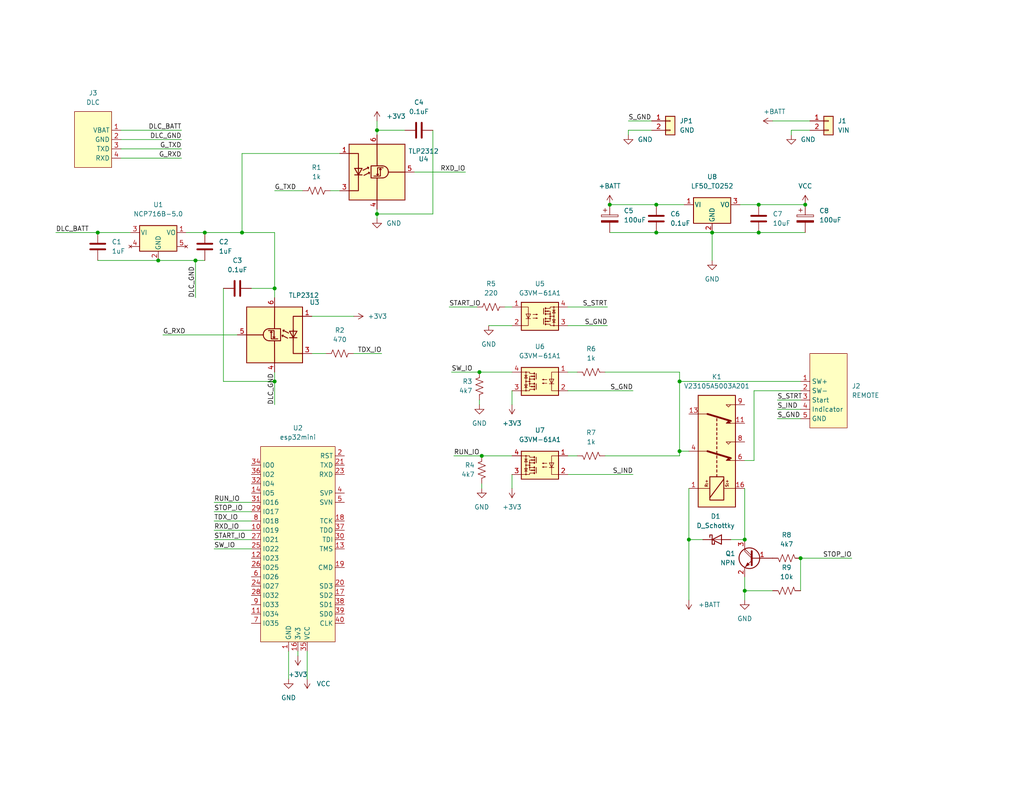
<source format=kicad_sch>
(kicad_sch (version 20211123) (generator eeschema)
  (paper "USLetter")
  (title_block (title "EU7000is ESP32 Remote Control") (rev "1.0") (company "Blaise Jarrett"))
  (lib_symbols
    (symbol "Connector_Generic:Conn_01x02" (pin_names (offset 1.016) hide)
      (property "Reference" "J" (at 0 2.54 0))
      (property "Value" "Conn_01x02" (at 0 -5.08 0))
      (symbol "Conn_01x02_1_1"
        (rectangle (start -1.27 -2.413) (end 0 -2.667) (stroke (width 0.1524)))
        (rectangle (start -1.27 0.127) (end 0 -0.127) (stroke (width 0.1524)))
        (rectangle (start -1.27 1.27) (end 1.27 -3.81) (stroke (width 0.254)) (fill (type background)))
        (pin passive line (at -5.08 0 0) (length 3.81) (name "Pin_1") (number "1"))
        (pin passive line (at -5.08 -2.54 0) (length 3.81) (name "Pin_2") (number "2"))
      )
    )
    (symbol "Device:C" (pin_numbers hide) (pin_names (offset 0.254))
      (property "Reference" "C" (at 0.635 2.54 0))
      (property "Value" "C" (at 0.635 -2.54 0))
      (symbol "C_0_1"
        (polyline (pts (xy -2.032 -0.762) (xy 2.032 -0.762)) (stroke (width 0.508)))
        (polyline (pts (xy -2.032 0.762) (xy 2.032 0.762)) (stroke (width 0.508)))
      )
      (symbol "C_1_1"
        (pin passive line (at 0 3.81 270) (length 2.794) (name "~") (number "1"))
        (pin passive line (at 0 -3.81 90) (length 2.794) (name "~") (number "2"))
      )
    )
    (symbol "Device:C_Polarized" (pin_numbers hide) (pin_names (offset 0.254))
      (property "Reference" "C" (at 0.635 2.54 0))
      (property "Value" "C_Polarized" (at 0.635 -2.54 0))
      (symbol "C_Polarized_0_1"
        (rectangle (start -2.286 0.508) (end 2.286 1.016))
        (polyline (pts (xy -1.778 2.286) (xy -0.762 2.286)))
        (polyline (pts (xy -1.27 2.794) (xy -1.27 1.778)))
        (rectangle (start 2.286 -0.508) (end -2.286 -1.016) (fill (type outline)))
      )
      (symbol "C_Polarized_1_1"
        (pin passive line (at 0 3.81 270) (length 2.794) (name "~") (number "1"))
        (pin passive line (at 0 -3.81 90) (length 2.794) (name "~") (number "2"))
      )
    )
    (symbol "Device:D_Schottky" (pin_numbers hide) (pin_names (offset 1.016) hide)
      (property "Reference" "D" (at 0 2.54 0))
      (property "Value" "D_Schottky" (at 0 -2.54 0))
      (symbol "D_Schottky_0_1"
        (polyline (pts (xy 1.27 0) (xy -1.27 0)))
        (polyline (pts (xy 1.27 1.27) (xy 1.27 -1.27) (xy -1.27 0) (xy 1.27 1.27)) (stroke (width 0.254)))
        (polyline (pts (xy -1.905 0.635) (xy -1.905 1.27) (xy -1.27 1.27) (xy -1.27 -1.27) (xy -0.635 -1.27) (xy -0.635 -0.635)) (stroke (width 0.254)))
      )
      (symbol "D_Schottky_1_1"
        (pin passive line (at -3.81 0 0) (length 2.54) (name "K") (number "1"))
        (pin passive line (at 3.81 0 180) (length 2.54) (name "A") (number "2"))
      )
    )
    (symbol "Device:Q_NPN_Darlington_BEC" (pin_names (offset 0) hide)
      (property "Reference" "Q" (at 4.572 1.27 0))
      (property "Value" "Q_NPN_Darlington_BEC" (at 4.572 -1.27 0))
      (symbol "Q_NPN_Darlington_BEC_0_1"
        (polyline (pts (xy 0.635 0.635) (xy 2.54 2.54)))
        (polyline (pts (xy 0.635 -0.635) (xy 2.54 -2.54) (xy 2.54 -2.54)))
        (polyline (pts (xy 0.635 0) (xy 2.54 1.905) (xy 2.54 2.54)))
        (polyline (pts (xy 0.635 1.905) (xy 0.635 -1.905) (xy 0.635 -1.905)) (stroke (width 0.508)))
        (polyline (pts (xy 1.27 -1.778) (xy 1.778 -1.27) (xy 2.286 -2.286) (xy 1.27 -1.778) (xy 1.27 -1.778)) (fill (type outline)))
        (circle (center 1.27 0) (radius 2.8194) (stroke (width 0.254)))
      )
      (symbol "Q_NPN_Darlington_BEC_1_1"
        (pin input line (at -5.08 0 0) (length 5.715) (name "B") (number "1"))
        (pin passive line (at 2.54 -5.08 90) (length 2.54) (name "E") (number "2"))
        (pin passive line (at 2.54 5.08 270) (length 2.54) (name "C") (number "3"))
      )
    )
    (symbol "Device:R_US" (pin_numbers hide) (pin_names (offset 0))
      (property "Reference" "R" (at 2.54 0 90))
      (property "Value" "R_US" (at -2.54 0 90))
      (symbol "R_US_0_1"
        (polyline (pts (xy 0 -2.286) (xy 0 -2.54)))
        (polyline (pts (xy 0 2.286) (xy 0 2.54)))
        (polyline (pts (xy 0 -0.762) (xy 1.016 -1.143) (xy 0 -1.524) (xy -1.016 -1.905) (xy 0 -2.286)))
        (polyline (pts (xy 0 0.762) (xy 1.016 0.381) (xy 0 0) (xy -1.016 -0.381) (xy 0 -0.762)))
        (polyline (pts (xy 0 2.286) (xy 1.016 1.905) (xy 0 1.524) (xy -1.016 1.143) (xy 0 0.762)))
      )
      (symbol "R_US_1_1"
        (pin passive line (at 0 3.81 270) (length 1.27) (name "~") (number "1"))
        (pin passive line (at 0 -3.81 90) (length 1.27) (name "~") (number "2"))
      )
    )
    (symbol "Isolator:TLP2745" (pin_names (offset 1.016) hide)
      (property "Reference" "U" (at -7.112 8.89 0))
      (property "Value" "TLP2745" (at 1.016 9.144 0))
      (symbol "TLP2745_0_1"
        (rectangle (start -7.62 7.62) (end 7.62 -7.62) (stroke (width 0.254)) (fill (type background)))
        (polyline (pts (xy -6.096 -0.762) (xy -4.064 -0.762)) (stroke (width 0.254)))
        (polyline (pts (xy -5.08 -0.762) (xy -5.08 -1.27)) (stroke (width 0.254)))
        (polyline (pts (xy -5.08 1.016) (xy -5.08 -0.762)) (stroke (width 0.254)))
        (polyline (pts (xy -5.08 1.016) (xy -5.08 1.397)) (stroke (width 0.254)))
        (polyline (pts (xy -3.81 0.508) (xy -2.286 1.27)) (stroke (width 0.254)))
        (polyline (pts (xy -3.556 -0.889) (xy -2.032 -0.127)) (stroke (width 0.254)))
        (polyline (pts (xy -2.286 1.27) (xy -2.5908 1.3716)) (stroke (width 0.254)))
        (polyline (pts (xy -2.286 1.27) (xy -2.3876 0.9144)) (stroke (width 0.254)))
        (polyline (pts (xy -2.032 -0.127) (xy -2.3368 -0.0254)) (stroke (width 0.254)))
        (polyline (pts (xy -2.032 -0.127) (xy -2.1336 -0.4826)) (stroke (width 0.254)))
        (polyline (pts (xy 0 -7.62) (xy 0.0254 -1.651)) (stroke (width 0.254)))
        (polyline (pts (xy 0 7.5946) (xy 0.0254 1.778)) (stroke (width 0.254)))
        (polyline (pts (xy 7.5946 0) (xy 3.1496 0)) (stroke (width 0.254)))
        (polyline (pts (xy -7.62 -5.08) (xy -5.08 -5.08) (xy -5.08 -1.27)) (stroke (width 0.254)))
        (polyline (pts (xy -5.08 1.27) (xy -5.08 5.08) (xy -7.62 5.08)) (stroke (width 0.254)))
        (polyline (pts (xy 0.1524 -0.8382) (xy -0.1016 -0.5842) (xy 0.4064 -0.5842)) (stroke (width 0.254)))
        (polyline (pts (xy 0.9144 0.9398) (xy 0.9144 -1.0922) (xy -0.8636 -1.0922)) (stroke (width 0.254)))
        (polyline (pts (xy -6.096 1.016) (xy -4.064 1.016) (xy -5.08 -0.762) (xy -6.096 1.016)) (stroke (width 0.254)))
        (polyline (pts (xy 0.9144 0.9398) (xy 0.6604 0.6858) (xy 1.1684 0.6858) (xy 0.9144 0.9398)) (stroke (width 0.254)))
        (polyline (pts (xy 1.4224 1.7018) (xy -1.6256 1.7018) (xy -1.6256 -1.6002) (xy 1.4224 -1.6002)) (stroke (width 0.254)))
        (polyline (pts (xy 1.6764 1.1938) (xy 0.1524 1.1938) (xy 0.1524 -0.8382) (xy 0.4064 -0.5842)) (stroke (width 0.254)))
        (arc (start 1.4224 -1.6002) (mid 2.6101 -1.1115) (end 3.0988 0.0762) (stroke (width 0.254)))
        (arc (start 3.0734 0) (mid 2.6011 1.2413) (end 1.3462 1.6764) (stroke (width 0.254)))
      )
      (symbol "TLP2745_1_1"
        (pin passive line (at -10.16 5.08 0) (length 2.54) (name "A") (number "1"))
        (pin no_connect line (at -7.62 0 0) (length 2.54) hide (name "NC") (number "2"))
        (pin passive line (at -10.16 -5.08 0) (length 2.54) (name "K") (number "3"))
        (pin power_in line (at 0 -10.16 90) (length 2.54) (name "GND") (number "4"))
        (pin output line (at 10.16 0 180) (length 2.54) (name "VO") (number "5"))
        (pin power_in line (at 0 10.16 270) (length 2.54) (name "VDD") (number "6"))
      )
    )
    (symbol "Regulator_Linear:LF50_TO252" (pin_names (offset 0.254))
      (property "Reference" "U" (at -3.81 3.175 0))
      (property "Value" "LF50_TO252" (at 0 3.175 0))
      (symbol "LF50_TO252_0_1"
        (rectangle (start -5.08 1.905) (end 5.08 -5.08) (stroke (width 0.254)) (fill (type background)))
      )
      (symbol "LF50_TO252_1_1"
        (pin power_in line (at -7.62 0 0) (length 2.54) (name "VI") (number "1"))
        (pin power_in line (at 0 -7.62 90) (length 2.54) (name "GND") (number "2"))
        (pin power_out line (at 7.62 0 180) (length 2.54) (name "VO") (number "3"))
      )
    )
    (symbol "Relay_SolidState:CPC1017N"
      (property "Reference" "U" (at -5.08 5.08 0))
      (property "Value" "CPC1017N" (at 0 5.08 0))
      (symbol "CPC1017N_0_1"
        (rectangle (start -5.08 3.81) (end 5.08 -3.81) (stroke (width 0.254)) (fill (type background)))
        (polyline (pts (xy -3.81 -0.635) (xy -2.54 -0.635)))
        (polyline (pts (xy 1.016 -0.635) (xy 1.016 -2.159)) (stroke (width 0.2032)))
        (polyline (pts (xy 1.016 2.159) (xy 1.016 0.635)) (stroke (width 0.2032)))
        (polyline (pts (xy 1.524 -0.508) (xy 1.524 -0.762)) (stroke (width 0.3556)))
        (polyline (pts (xy 2.794 0) (xy 3.81 0)))
        (polyline (pts (xy 3.429 -1.651) (xy 4.191 -1.651)))
        (polyline (pts (xy 3.429 1.651) (xy 4.191 1.651)))
        (polyline (pts (xy 3.81 -2.54) (xy 3.81 2.54)))
        (polyline (pts (xy 1.524 -2.032) (xy 1.524 -2.286) (xy 1.524 -2.286)) (stroke (width 0.3556)))
        (polyline (pts (xy 1.524 -1.27) (xy 1.524 -1.524) (xy 1.524 -1.524)) (stroke (width 0.3556)))
        (polyline (pts (xy 1.524 0.762) (xy 1.524 0.508) (xy 1.524 0.508)) (stroke (width 0.3556)))
        (polyline (pts (xy 1.524 1.524) (xy 1.524 1.27) (xy 1.524 1.27)) (stroke (width 0.3556)))
        (polyline (pts (xy 1.524 2.286) (xy 1.524 2.032) (xy 1.524 2.032)) (stroke (width 0.3556)))
        (polyline (pts (xy 1.651 -1.397) (xy 2.794 -1.397) (xy 2.794 -0.635)))
        (polyline (pts (xy 1.651 1.397) (xy 2.794 1.397) (xy 2.794 0.635)))
        (polyline (pts (xy -5.08 2.54) (xy -3.175 2.54) (xy -3.175 -2.54) (xy -5.08 -2.54)))
        (polyline (pts (xy -3.175 -0.635) (xy -3.81 0.635) (xy -2.54 0.635) (xy -3.175 -0.635)))
        (polyline (pts (xy 1.651 -2.159) (xy 2.794 -2.159) (xy 2.794 -2.54) (xy 5.08 -2.54)))
        (polyline (pts (xy 1.651 -0.635) (xy 2.794 -0.635) (xy 2.794 0.635) (xy 1.651 0.635)))
        (polyline (pts (xy 1.651 2.159) (xy 2.794 2.159) (xy 2.794 2.54) (xy 5.08 2.54)))
        (polyline (pts (xy 1.778 -1.397) (xy 2.286 -1.27) (xy 2.286 -1.524) (xy 1.778 -1.397)))
        (polyline (pts (xy 1.778 1.397) (xy 2.286 1.524) (xy 2.286 1.27) (xy 1.778 1.397)))
        (polyline (pts (xy 3.81 -1.651) (xy 3.429 -0.889) (xy 4.191 -0.889) (xy 3.81 -1.651)))
        (polyline (pts (xy 3.81 1.651) (xy 3.429 0.889) (xy 4.191 0.889) (xy 3.81 1.651)))
        (polyline (pts (xy -1.905 -0.508) (xy -0.635 -0.508) (xy -1.016 -0.635) (xy -1.016 -0.381) (xy -0.635 -0.508)))
        (polyline (pts (xy -1.905 0.508) (xy -0.635 0.508) (xy -1.016 0.381) (xy -1.016 0.635) (xy -0.635 0.508)))
        (circle (center 2.794 -0.635) (radius 0.127))
        (circle (center 2.794 0) (radius 0.127))
        (circle (center 2.794 0.635) (radius 0.127))
        (circle (center 3.81 -2.54) (radius 0.127))
        (circle (center 3.81 0) (radius 0.127))
        (circle (center 3.81 2.54) (radius 0.127))
      )
      (symbol "CPC1017N_1_1"
        (pin passive line (at -7.62 2.54 0) (length 2.54) (name "~") (number "1"))
        (pin passive line (at -7.62 -2.54 0) (length 2.54) (name "~") (number "2"))
        (pin passive line (at 7.62 -2.54 180) (length 2.54) (name "~") (number "3"))
        (pin passive line (at 7.62 2.54 180) (length 2.54) (name "~") (number "4"))
      )
    )
    (symbol "esp32_mini:esp32mini"
      (property "Reference" "U" (at 2.54 2.54 0))
      (property "Value" "esp32mini" (at 12.7 -2.54 0))
      (symbol "esp32mini_0_1"
        (rectangle (start 2.54 0) (end 22.86 -53.34) (fill (type background)))
      )
      (symbol "esp32mini_1_1"
        (pin power_in line (at 10.16 -55.88 90) (length 2.54) (name "GND") (number "1"))
        (pin bidirectional line (at 0 -22.86 0) (length 2.54) (name "IO19") (number "10"))
        (pin bidirectional line (at 0 -45.72 0) (length 2.54) (name "IO34") (number "11"))
        (pin bidirectional line (at 0 -30.48 0) (length 2.54) (name "IO23") (number "12"))
        (pin bidirectional line (at 25.4 -27.94 180) (length 2.54) (name "TMS") (number "13"))
        (pin bidirectional line (at 0 -12.7 0) (length 2.54) (name "IO5") (number "14"))
        (pin power_out line (at 12.7 -55.88 90) (length 2.54) (name "3v3") (number "16"))
        (pin bidirectional line (at 25.4 -40.64 180) (length 2.54) (name "SD2") (number "17"))
        (pin bidirectional line (at 25.4 -20.32 180) (length 2.54) (name "TCK") (number "18"))
        (pin bidirectional line (at 25.4 -33.02 180) (length 2.54) (name "CMD") (number "19"))
        (pin bidirectional line (at 25.4 -2.54 180) (length 2.54) (name "RST") (number "2"))
        (pin bidirectional line (at 25.4 -38.1 180) (length 2.54) (name "SD3") (number "20"))
        (pin bidirectional line (at 25.4 -5.08 180) (length 2.54) (name "TXD") (number "21"))
        (pin bidirectional line (at 25.4 -7.62 180) (length 2.54) (name "RXD") (number "23"))
        (pin bidirectional line (at 0 -38.1 0) (length 2.54) (name "IO27") (number "24"))
        (pin bidirectional line (at 0 -27.94 0) (length 2.54) (name "IO22") (number "25"))
        (pin bidirectional line (at 0 -33.02 0) (length 2.54) (name "IO25") (number "26"))
        (pin bidirectional line (at 0 -25.4 0) (length 2.54) (name "IO21") (number "27"))
        (pin bidirectional line (at 0 -40.64 0) (length 2.54) (name "IO32") (number "28"))
        (pin bidirectional line (at 0 -17.78 0) (length 2.54) (name "IO17") (number "29"))
        (pin bidirectional line (at 25.4 -25.4 180) (length 2.54) (name "TDI") (number "30"))
        (pin bidirectional line (at 0 -15.24 0) (length 2.54) (name "IO16") (number "31"))
        (pin bidirectional line (at 0 -10.16 0) (length 2.54) (name "IO4") (number "32"))
        (pin bidirectional line (at 0 -5.08 0) (length 2.54) (name "IO0") (number "34"))
        (pin power_in line (at 15.24 -55.88 90) (length 2.54) (name "VCC") (number "35"))
        (pin bidirectional line (at 0 -7.62 0) (length 2.54) (name "IO2") (number "36"))
        (pin bidirectional line (at 25.4 -22.86 180) (length 2.54) (name "TDO") (number "37"))
        (pin bidirectional line (at 25.4 -43.18 180) (length 2.54) (name "SD1") (number "38"))
        (pin bidirectional line (at 25.4 -45.72 180) (length 2.54) (name "SD0") (number "39"))
        (pin bidirectional line (at 25.4 -12.7 180) (length 2.54) (name "SVP") (number "4"))
        (pin bidirectional line (at 25.4 -48.26 180) (length 2.54) (name "CLK") (number "40"))
        (pin bidirectional line (at 25.4 -15.24 180) (length 2.54) (name "SVN") (number "5"))
        (pin bidirectional line (at 0 -35.56 0) (length 2.54) (name "IO26") (number "6"))
        (pin bidirectional line (at 0 -48.26 0) (length 2.54) (name "IO35") (number "7"))
        (pin bidirectional line (at 0 -20.32 0) (length 2.54) (name "IO18") (number "8"))
        (pin bidirectional line (at 0 -43.18 0) (length 2.54) (name "IO33") (number "9"))
      )
    )
    (symbol "eu7000is:dlc"
      (property "Reference" "J" (at -5.08 7.62 0))
      (property "Value" "dlc" (at -5.08 2.54 0))
      (symbol "dlc_0_1"
        (rectangle (start -10.16 5.08) (end 0 -10.16) (fill (type background)))
      )
      (symbol "dlc_1_1"
        (pin power_out line (at 2.54 0 180) (length 2.54) (name "VBAT") (number "1"))
        (pin power_out line (at 2.54 -2.54 180) (length 2.54) (name "GND") (number "2"))
        (pin bidirectional line (at 2.54 -5.08 180) (length 2.54) (name "TXD") (number "3"))
        (pin bidirectional line (at 2.54 -7.62 180) (length 2.54) (name "RXD") (number "4"))
      )
    )
    (symbol "eu7000is:remote"
      (property "Reference" "J" (at -5.08 10.16 0))
      (property "Value" "remote" (at -5.08 5.08 0))
      (symbol "remote_0_1"
        (rectangle (start -10.16 7.62) (end 0 -12.7) (fill (type background)))
      )
      (symbol "remote_1_1"
        (pin unspecified line (at 2.54 0 180) (length 2.54) (name "SW+") (number "1"))
        (pin unspecified line (at 2.54 -2.54 180) (length 2.54) (name "SW-") (number "2"))
        (pin input line (at 2.54 -5.08 180) (length 2.54) (name "Start") (number "3"))
        (pin output line (at 2.54 -7.62 180) (length 2.54) (name "Indicator") (number "4"))
        (pin power_out line (at 2.54 -10.16 180) (length 2.54) (name "GND") (number "5"))
      )
    )
    (symbol "misc_parts:NCP716B-5.0" (pin_names (offset 0.254))
      (property "Reference" "U" (at -3.81 3.175 0))
      (property "Value" "NCP716B-5.0" (at 0 3.175 0))
      (symbol "NCP716B-5.0_0_1"
        (rectangle (start -5.08 1.905) (end 5.08 -5.08) (stroke (width 0.254)) (fill (type background)))
      )
      (symbol "NCP716B-5.0_1_1"
        (pin power_out line (at 7.62 0 180) (length 2.54) (name "VO") (number "1"))
        (pin power_in line (at 0 -7.62 90) (length 2.54) (name "GND") (number "2"))
        (pin power_in line (at -7.62 0 0) (length 2.54) (name "VI") (number "3"))
        (pin no_connect line (at -7.62 -3.81 0) (length 2.54) (name "") (number "4"))
        (pin no_connect line (at 7.62 -3.81 180) (length 2.54) (name "") (number "5"))
      )
    )
    (symbol "misc_parts:V23105A5003A201"
      (property "Reference" "K" (at 16.51 3.81 0))
      (property "Value" "V23105A5003A201" (at 16.51 1.27 0))
      (symbol "V23105A5003A201_0_0"
        (text "R:+" (at -8.763 -2.794 0) (effects (font (size 0.762 0.762))))
        (text "S:+" (at -8.763 2.794 0) (effects (font (size 0.762 0.762))))
      )
      (symbol "V23105A5003A201_0_1"
        (rectangle (start -15.24 5.08) (end 15.24 -5.08) (stroke (width 0.254)) (fill (type background)))
        (rectangle (start -13.335 1.905) (end -6.985 -1.905) (stroke (width 0.254)))
        (polyline (pts (xy -12.7 -1.905) (xy -7.62 1.905)) (stroke (width 0.254)))
        (polyline (pts (xy -10.16 -5.08) (xy -10.16 -1.905)))
        (polyline (pts (xy -10.16 5.08) (xy -10.16 1.905)))
        (polyline (pts (xy -6.985 0) (xy -6.35 0)) (stroke (width 0.254)))
        (polyline (pts (xy -5.715 0) (xy -5.08 0)) (stroke (width 0.254)))
        (polyline (pts (xy -4.445 0) (xy -3.81 0)) (stroke (width 0.254)))
        (polyline (pts (xy -3.175 0) (xy -2.54 0)) (stroke (width 0.254)))
        (polyline (pts (xy -1.905 0) (xy -1.27 0)) (stroke (width 0.254)))
        (polyline (pts (xy -0.635 0) (xy 0 0)) (stroke (width 0.254)))
        (polyline (pts (xy 0 -2.54) (xy -1.905 3.81)) (stroke (width 0.508)))
        (polyline (pts (xy 0 -2.54) (xy 0 -5.08)))
        (polyline (pts (xy 0.635 0) (xy 1.27 0)) (stroke (width 0.254)))
        (polyline (pts (xy 1.905 0) (xy 2.54 0)) (stroke (width 0.254)))
        (polyline (pts (xy 3.175 0) (xy 3.81 0)) (stroke (width 0.254)))
        (polyline (pts (xy 4.445 0) (xy 5.08 0)) (stroke (width 0.254)))
        (polyline (pts (xy 5.715 0) (xy 6.35 0)) (stroke (width 0.254)))
        (polyline (pts (xy 6.985 0) (xy 7.62 0)) (stroke (width 0.254)))
        (polyline (pts (xy 8.255 0) (xy 8.89 0)) (stroke (width 0.254)))
        (polyline (pts (xy 10.16 -2.54) (xy 8.255 3.81)) (stroke (width 0.508)))
        (polyline (pts (xy 10.16 -2.54) (xy 10.16 -5.08)))
        (polyline (pts (xy -2.54 5.08) (xy -2.54 2.54) (xy -1.905 3.175) (xy -2.54 3.81)) (fill (type outline)))
        (polyline (pts (xy 2.54 5.08) (xy 2.54 2.54) (xy 1.905 3.175) (xy 2.54 3.81)))
        (polyline (pts (xy 7.62 5.08) (xy 7.62 2.54) (xy 8.255 3.175) (xy 7.62 3.81)) (fill (type outline)))
        (polyline (pts (xy 12.7 5.08) (xy 12.7 2.54) (xy 12.065 3.175) (xy 12.7 3.81)))
      )
      (symbol "V23105A5003A201_1_1"
        (pin passive line (at -10.16 -7.62 90) (length 2.54) (name "~") (number "1"))
        (pin passive line (at 7.62 7.62 270) (length 2.54) (name "~") (number "11"))
        (pin passive line (at 10.16 -7.62 90) (length 2.54) (name "~") (number "13"))
        (pin passive line (at -10.16 7.62 270) (length 2.54) (name "~") (number "16"))
        (pin passive line (at 0 -7.62 90) (length 2.54) (name "~") (number "4"))
        (pin passive line (at -2.54 7.62 270) (length 2.54) (name "~") (number "6"))
        (pin passive line (at 2.54 7.62 270) (length 2.54) (name "~") (number "8"))
        (pin passive line (at 12.7 7.62 270) (length 2.54) (name "~") (number "9"))
      )
    )
    (symbol "power:+3.3V" (power) (pin_names (offset 0))
      (property "Value" "+3.3V" (at 0 3.556 0))
      (symbol "+3.3V_0_1"
        (polyline (pts (xy -0.762 1.27) (xy 0 2.54)))
        (polyline (pts (xy 0 0) (xy 0 2.54)))
        (polyline (pts (xy 0 2.54) (xy 0.762 1.27)))
      )
      (symbol "+3.3V_1_1"
        (pin power_in line (at 0 0 90) (length 0) hide (name "+3V3") (number "1"))
      )
    )
    (symbol "power:+BATT" (power) (pin_names (offset 0))
      (property "Value" "+BATT" (at 0 3.556 0))
      (symbol "+BATT_0_1"
        (polyline (pts (xy -0.762 1.27) (xy 0 2.54)))
        (polyline (pts (xy 0 0) (xy 0 2.54)))
        (polyline (pts (xy 0 2.54) (xy 0.762 1.27)))
      )
      (symbol "+BATT_1_1"
        (pin power_in line (at 0 0 90) (length 0) hide (name "+BATT") (number "1"))
      )
    )
    (symbol "power:GND" (power) (pin_names (offset 0))
      (property "Value" "GND" (at 0 -3.81 0))
      (symbol "GND_0_1"
        (polyline (pts (xy 0 0) (xy 0 -1.27) (xy 1.27 -1.27) (xy 0 -2.54) (xy -1.27 -1.27) (xy 0 -1.27)))
      )
      (symbol "GND_1_1"
        (pin power_in line (at 0 0 270) (length 0) hide (name "GND") (number "1"))
      )
    )
    (symbol "power:VCC" (power) (pin_names (offset 0))
      (property "Value" "VCC" (at 0 3.81 0))
      (symbol "VCC_0_1"
        (polyline (pts (xy -0.762 1.27) (xy 0 2.54)))
        (polyline (pts (xy 0 0) (xy 0 2.54)))
        (polyline (pts (xy 0 2.54) (xy 0.762 1.27)))
      )
      (symbol "VCC_1_1"
        (pin power_in line (at 0 0 90) (length 0) hide (name "VCC") (number "1"))
      )
    )
  )
  (junction (at 102.87 35.56))
  (junction (at 194.31 63.5))
  (junction (at 187.96 147.32))
  (junction (at 74.93 78.74))
  (junction (at 166.37 55.88))
  (junction (at 207.01 55.88))
  (junction (at 43.18 71.12))
  (junction (at 53.34 71.12))
  (junction (at 207.01 63.5))
  (junction (at 185.42 123.19))
  (junction (at 218.44 152.4))
  (junction (at 179.07 55.88))
  (junction (at 102.87 58.42))
  (junction (at 131.445 124.46))
  (junction (at 179.07 63.5))
  (junction (at 55.88 63.5))
  (junction (at 203.2 147.32))
  (junction (at 185.42 104.14))
  (junction (at 66.04 63.5))
  (junction (at 219.71 55.88))
  (junction (at 74.93 104.14))
  (junction (at 203.2 161.29))
  (junction (at 26.67 63.5))
  (junction (at 130.81 101.6))
  (wire (pts (xy 203.2 147.32) (xy 199.39 147.32)))
  (wire (pts (xy 203.2 161.29) (xy 203.2 163.83)))
  (wire (pts (xy 96.52 96.52) (xy 104.14 96.52)))
  (wire (pts (xy 58.42 137.16) (xy 68.58 137.16)))
  (wire (pts (xy 102.87 35.56) (xy 110.49 35.56)))
  (wire (pts (xy 33.02 43.18) (xy 49.53 43.18)))
  (wire (pts (xy 185.42 104.14) (xy 218.44 104.14)))
  (wire (pts (xy 43.18 71.12) (xy 53.34 71.12)))
  (wire (pts (xy 44.45 91.44) (xy 64.77 91.44)))
  (wire (pts (xy 15.24 63.5) (xy 26.67 63.5)))
  (wire (pts (xy 165.1 101.6) (xy 185.42 101.6)))
  (wire (pts (xy 201.93 55.88) (xy 207.01 55.88)))
  (wire (pts (xy 207.01 55.88) (xy 219.71 55.88)))
  (wire (pts (xy 66.04 63.5) (xy 66.04 41.91)))
  (wire (pts (xy 205.74 106.68) (xy 205.74 125.73)))
  (wire (pts (xy 215.9 35.56) (xy 220.98 35.56)))
  (wire (pts (xy 26.67 63.5) (xy 35.56 63.5)))
  (wire (pts (xy 194.31 63.5) (xy 194.31 71.12)))
  (wire (pts (xy 165.1 124.46) (xy 185.42 124.46)))
  (wire (pts (xy 154.94 101.6) (xy 157.48 101.6)))
  (wire (pts (xy 102.87 57.15) (xy 102.87 58.42)))
  (wire (pts (xy 122.555 83.82) (xy 130.175 83.82)))
  (wire (pts (xy 90.17 52.07) (xy 92.71 52.07)))
  (wire (pts (xy 102.87 58.42) (xy 102.87 59.69)))
  (wire (pts (xy 33.02 35.56) (xy 49.53 35.56)))
  (wire (pts (xy 154.94 88.9) (xy 165.735 88.9)))
  (wire (pts (xy 154.94 124.46) (xy 157.48 124.46)))
  (wire (pts (xy 33.02 38.1) (xy 49.53 38.1)))
  (wire (pts (xy 139.7 124.46) (xy 131.445 124.46)))
  (wire (pts (xy 60.96 78.74) (xy 60.96 104.14)))
  (wire (pts (xy 154.94 129.54) (xy 172.72 129.54)))
  (wire (pts (xy 205.74 125.73) (xy 203.2 125.73)))
  (wire (pts (xy 185.42 101.6) (xy 185.42 104.14)))
  (wire (pts (xy 166.37 63.5) (xy 179.07 63.5)))
  (wire (pts (xy 74.93 101.6) (xy 74.93 104.14)))
  (wire (pts (xy 194.31 63.5) (xy 207.01 63.5)))
  (wire (pts (xy 139.7 129.54) (xy 139.7 133.35)))
  (wire (pts (xy 113.03 46.99) (xy 127 46.99)))
  (wire (pts (xy 53.34 71.12) (xy 55.88 71.12)))
  (wire (pts (xy 171.45 33.02) (xy 177.8 33.02)))
  (wire (pts (xy 55.88 63.5) (xy 66.04 63.5)))
  (wire (pts (xy 74.93 52.07) (xy 82.55 52.07)))
  (wire (pts (xy 218.44 106.68) (xy 205.74 106.68)))
  (wire (pts (xy 215.9 36.83) (xy 215.9 35.56)))
  (wire (pts (xy 171.45 36.83) (xy 171.45 35.56)))
  (wire (pts (xy 58.42 144.78) (xy 68.58 144.78)))
  (wire (pts (xy 207.01 63.5) (xy 219.71 63.5)))
  (wire (pts (xy 102.87 33.02) (xy 102.87 35.56)))
  (wire (pts (xy 218.44 152.4) (xy 218.44 161.29)))
  (wire (pts (xy 58.42 139.7) (xy 68.58 139.7)))
  (wire (pts (xy 85.09 96.52) (xy 88.9 96.52)))
  (wire (pts (xy 130.81 101.6) (xy 139.7 101.6)))
  (wire (pts (xy 179.07 63.5) (xy 194.31 63.5)))
  (wire (pts (xy 187.96 147.32) (xy 187.96 163.83)))
  (wire (pts (xy 81.28 177.8) (xy 81.28 179.07)))
  (wire (pts (xy 212.09 111.76) (xy 218.44 111.76)))
  (wire (pts (xy 60.96 104.14) (xy 74.93 104.14)))
  (wire (pts (xy 118.11 35.56) (xy 118.11 58.42)))
  (wire (pts (xy 118.11 58.42) (xy 102.87 58.42)))
  (wire (pts (xy 33.02 40.64) (xy 49.53 40.64)))
  (wire (pts (xy 130.81 109.22) (xy 130.81 110.49)))
  (wire (pts (xy 166.37 55.88) (xy 179.07 55.88)))
  (wire (pts (xy 137.795 83.82) (xy 139.7 83.82)))
  (wire (pts (xy 171.45 35.56) (xy 177.8 35.56)))
  (wire (pts (xy 74.93 63.5) (xy 74.93 78.74)))
  (wire (pts (xy 83.82 177.8) (xy 83.82 185.42)))
  (wire (pts (xy 53.34 81.28) (xy 53.34 71.12)))
  (wire (pts (xy 85.09 86.36) (xy 96.52 86.36)))
  (wire (pts (xy 210.82 33.02) (xy 220.98 33.02)))
  (wire (pts (xy 179.07 55.88) (xy 186.69 55.88)))
  (wire (pts (xy 78.74 177.8) (xy 78.74 185.42)))
  (wire (pts (xy 58.42 142.24) (xy 68.58 142.24)))
  (wire (pts (xy 102.87 35.56) (xy 102.87 36.83)))
  (wire (pts (xy 74.93 104.14) (xy 74.93 110.49)))
  (wire (pts (xy 58.42 147.32) (xy 68.58 147.32)))
  (wire (pts (xy 185.42 123.19) (xy 187.96 123.19)))
  (wire (pts (xy 131.445 132.08) (xy 131.445 133.35)))
  (wire (pts (xy 139.7 106.68) (xy 139.7 110.49)))
  (wire (pts (xy 66.04 63.5) (xy 74.93 63.5)))
  (wire (pts (xy 212.09 109.22) (xy 218.44 109.22)))
  (wire (pts (xy 154.94 106.68) (xy 172.72 106.68)))
  (wire (pts (xy 185.42 104.14) (xy 185.42 123.19)))
  (wire (pts (xy 210.82 161.29) (xy 203.2 161.29)))
  (wire (pts (xy 212.09 114.3) (xy 218.44 114.3)))
  (wire (pts (xy 232.41 152.4) (xy 218.44 152.4)))
  (wire (pts (xy 130.81 101.6) (xy 123.19 101.6)))
  (wire (pts (xy 66.04 41.91) (xy 92.71 41.91)))
  (wire (pts (xy 187.96 133.35) (xy 187.96 147.32)))
  (wire (pts (xy 26.67 71.12) (xy 43.18 71.12)))
  (wire (pts (xy 74.93 78.74) (xy 74.93 81.28)))
  (wire (pts (xy 50.8 63.5) (xy 55.88 63.5)))
  (wire (pts (xy 133.35 88.9) (xy 139.7 88.9)))
  (wire (pts (xy 131.445 124.46) (xy 123.825 124.46)))
  (wire (pts (xy 187.96 147.32) (xy 191.77 147.32)))
  (wire (pts (xy 203.2 157.48) (xy 203.2 161.29)))
  (wire (pts (xy 203.2 133.35) (xy 203.2 147.32)))
  (wire (pts (xy 185.42 123.19) (xy 185.42 124.46)))
  (wire (pts (xy 58.42 149.86) (xy 68.58 149.86)))
  (wire (pts (xy 154.94 83.82) (xy 165.735 83.82)))
  (wire (pts (xy 68.58 78.74) (xy 74.93 78.74)))
  (label "DLC_GND" (at 74.93 110.49 90))
  (label "G_RXD" (at 49.53 43.18 180))
  (label "STOP_IO" (at 232.41 152.4 180))
  (label "RXD_IO" (at 127 46.99 180))
  (label "G_TXD" (at 74.93 52.07 0))
  (label "S_GND" (at 165.735 88.9 180))
  (label "S_STRT" (at 212.09 109.22 0))
  (label "S_IND" (at 172.72 129.54 180))
  (label "TDX_IO" (at 104.14 96.52 180))
  (label "S_STRT" (at 165.735 83.82 180))
  (label "TDX_IO" (at 58.42 142.24 0))
  (label "DLC_BATT" (at 49.53 35.56 180))
  (label "S_GND" (at 212.09 114.3 0))
  (label "STOP_IO" (at 58.42 139.7 0))
  (label "S_GND" (at 172.72 106.68 180))
  (label "DLC_GND" (at 53.34 81.28 90))
  (label "RXD_IO" (at 58.42 144.78 0))
  (label "S_GND" (at 171.45 33.02 0))
  (label "START_IO" (at 122.555 83.82 0))
  (label "DLC_BATT" (at 15.24 63.5 0))
  (label "RUN_IO" (at 123.825 124.46 0))
  (label "G_TXD" (at 49.53 40.64 180))
  (label "SW_IO" (at 123.19 101.6 0))
  (label "RUN_IO" (at 58.42 137.16 0))
  (label "DLC_GND" (at 49.53 38.1 180))
  (label "START_IO" (at 58.42 147.32 0))
  (label "SW_IO" (at 58.42 149.86 0))
  (label "S_IND" (at 212.09 111.76 0))
  (label "G_RXD" (at 44.45 91.44 0))
  (symbol (lib_id "power:+3.3V") (at 81.28 179.07 180) (unit 1)
    (property "Reference" "#PWR02" (effects hide))
    (property "Value" "+3.3V" (at 81.28 184.15 0))
  )
  (symbol (lib_id "Device:R_US") (at 214.63 161.29 270) (mirror x) (unit 1)
    (property "Reference" "R9" (at 214.63 154.94 90))
    (property "Value" "10k" (at 214.63 157.48 90))
    (property "Footprint" "Resistor_SMD:R_0805_2012Metric" (effects hide))
    (property "mouser" "https://www.mouser.ca/ProductDetail/Panasonic/ERJ-6GEYJ103V?qs=sGAEpiMZZMvdGkrng054tw5%2FFYq5P%2FDoptwr3Ssk4hI%3D" (effects hide))
  )
  (symbol (lib_id "Isolator:TLP2745") (at 74.93 91.44 0) (mirror y) (unit 1)
    (property "Reference" "U3" (at 84.455 82.55 0) (effects (justify right)))
    (property "Value" "TLP2312" (at 78.74 80.645 0) (effects (justify right)))
    (property "Footprint" "Package_SO:SO-5_4.4x3.6mm_P1.27mm" (effects hide))
    (property "Datasheet" "https://toshiba.semicon-storage.com/info/docget.jsp?did=29405&prodName=TLP2745" (effects hide))
    (property "mouser" "https://www.mouser.ca/ProductDetail/Toshiba/TLP2312V4-TPLE?qs=7MVldsJ5UazEIOsEgET9qw%3D%3D" (effects hide))
  )
  (symbol (lib_id "Device:C") (at 179.07 59.69 0) (unit 1)
    (property "Reference" "C6" (at 182.88 58.4199 0) (effects (justify left)))
    (property "Value" "0.1uF" (at 182.88 60.9599 0) (effects (justify left)))
    (property "Footprint" "Capacitor_SMD:C_0805_2012Metric" (effects hide))
    (property "mouser" "https://www.mouser.ca/ProductDetail/KEMET/C0805C104K5RAC7411?qs=sGAEpiMZZMuMW9TJLBQkXudVBJVUp2SoP0byAJEqduA%3D" (effects hide))
  )
  (symbol (lib_id "Device:C") (at 26.67 67.31 0) (unit 1)
    (property "Reference" "C1" (at 30.48 66.0399 0) (effects (justify left)))
    (property "Value" "1uF" (at 30.48 68.5799 0) (effects (justify left)))
    (property "Footprint" "Capacitor_SMD:C_0805_2012Metric" (effects hide))
    (property "mouser" "https://www.mouser.ca/ProductDetail/Murata-Electronics/GRM21BR71A105KA01K?qs=Rc6BINVvJ%2FiXBniUY2d%2FOg%3D%3D" (effects hide))
  )
  (symbol (lib_id "power:GND") (at 133.35 88.9 0) (unit 1)
    (property "Reference" "#PWR09" (effects hide))
    (property "Value" "GND" (at 133.35 93.98 0))
  )
  (symbol (lib_id "power:+BATT") (at 187.96 163.83 180) (unit 1)
    (property "Reference" "#PWR016" (effects hide))
    (property "Value" "+BATT" (at 190.5 165.0999 0) (effects (justify right)))
  )
  (symbol (lib_id "Relay_SolidState:CPC1017N") (at 147.32 86.36 0) (unit 1)
    (property "Reference" "U5" (at 147.32 77.47 0))
    (property "Value" "G3VM-61A1" (at 147.32 80.01 0))
    (property "Footprint" "Package_DIP:DIP-4_W7.62mm" (effects hide))
    (property "Datasheet" "http://www.ixysic.com/home/pdfs.nsf/www/CPC1017N.pdf/$file/CPC1017N.pdf" (effects hide))
    (property "mouser" "https://www.mouser.ca/ProductDetail/Omron-Electronics/G3VM-61A1?qs=sGAEpiMZZMv0NwlthflBi2dxcs9%252B1YdU" (effects hide))
  )
  (symbol (lib_id "power:+3.3V") (at 139.7 133.35 180) (unit 1)
    (property "Reference" "#PWR011" (effects hide))
    (property "Value" "+3.3V" (at 139.7 138.43 0))
  )
  (symbol (lib_id "power:+3.3V") (at 139.7 110.49 180) (unit 1)
    (property "Reference" "#PWR010" (effects hide))
    (property "Value" "+3.3V" (at 139.7 115.57 0))
  )
  (symbol (lib_id "power:GND") (at 215.9 36.83 0) (unit 1)
    (property "Reference" "#PWR018" (effects hide))
    (property "Value" "GND" (at 218.44 38.0999 0) (effects (justify left)))
  )
  (symbol (lib_id "Device:Q_NPN_Darlington_BEC") (at 205.74 152.4 0) (mirror y) (unit 1)
    (property "Reference" "Q1" (at 200.66 151.1299 0) (effects (justify left)))
    (property "Value" "NPN" (at 200.66 153.6699 0) (effects (justify left)))
    (property "Footprint" "Package_TO_SOT_SMD:SOT-23" (effects hide))
    (property "mouser" "https://www.mouser.ca/ProductDetail/Diodes-Incorporated/FMMT614QTA?qs=0lQeLiL1qyYtHLisL1V%2Fkg%3D%3D" (effects hide))
  )
  (symbol (lib_id "power:GND") (at 194.31 71.12 0) (unit 1)
    (property "Reference" "#PWR015" (effects hide))
    (property "Value" "GND" (at 194.31 76.2 0))
  )
  (symbol (lib_id "esp32_mini:esp32mini") (at 68.58 121.92 0) (unit 1)
    (property "Reference" "U2" (at 81.28 116.84 0))
    (property "Value" "esp32mini" (at 81.28 119.38 0))
    (property "Footprint" "ESP32_mini:ESP32_mini" (effects hide))
  )
  (symbol (lib_id "Connector_Generic:Conn_01x02") (at 182.88 33.02 0) (unit 1)
    (property "Reference" "JP1" (at 185.42 33.0199 0) (effects (justify left)))
    (property "Value" "GND" (at 185.42 35.5599 0) (effects (justify left)))
    (property "Footprint" "Connector_PinHeader_2.54mm:PinHeader_1x02_P2.54mm_Vertical" (effects hide))
  )
  (symbol (lib_id "power:GND") (at 102.87 59.69 0) (unit 1)
    (property "Reference" "#PWR06" (effects hide))
    (property "Value" "GND" (at 105.41 60.9599 0) (effects (justify left)))
  )
  (symbol (lib_id "Device:R_US") (at 161.29 101.6 270) (mirror x) (unit 1)
    (property "Reference" "R6" (at 161.29 95.25 90))
    (property "Value" "1k" (at 161.29 97.79 90))
    (property "Footprint" "Resistor_SMD:R_0805_2012Metric" (effects hide))
    (property "mouser" "https://www.mouser.ca/ProductDetail/Panasonic/ERJ-P06J102V?qs=sGAEpiMZZMvdGkrng054tyoJODJe%252BCGWK7QDJt75QAM%3D" (effects hide))
  )
  (symbol (lib_id "Device:R_US") (at 133.985 83.82 90) (unit 1)
    (property "Reference" "R5" (at 133.985 77.47 90))
    (property "Value" "220" (at 133.985 80.01 90))
    (property "Footprint" "Resistor_SMD:R_0805_2012Metric" (effects hide))
    (property "mouser" "https://www.mouser.ca/ProductDetail/Panasonic/ERJ-T06J221V?qs=sGAEpiMZZMvdGkrng054t5hHekyimr99bZaLc5LZ22Q%3D" (effects hide))
  )
  (symbol (lib_id "misc_parts:V23105A5003A201") (at 195.58 123.19 270) (mirror x) (unit 1)
    (property "Reference" "K1" (at 195.58 102.87 90))
    (property "Value" "V23105A5003A201" (at 195.58 105.41 90))
    (property "Footprint" "misc_parts:V23105A5003A201" (effects hide))
    (property "Datasheet" "http://omronfs.omron.com/en_US/ecb/products/pdf/en-g6k.pdf" (effects hide))
    (property "mouser" "https://www.mouser.ca/ProductDetail/TE-Connectivity-PB/V23105A5003A201?qs=sGAEpiMZZMtGt%252Bn33CgIP1up2zTb0SJwF%252BAqSVy2r0s%3D" (effects hide))
  )
  (symbol (lib_id "Device:R_US") (at 86.36 52.07 90) (unit 1)
    (property "Reference" "R1" (at 86.36 45.72 90))
    (property "Value" "1k" (at 86.36 48.26 90))
    (property "Footprint" "Resistor_SMD:R_0805_2012Metric" (effects hide))
    (property "mouser" "https://www.mouser.ca/ProductDetail/Panasonic/ERJ-6GEYJ821V?qs=sGAEpiMZZMvdGkrng054txqI5fKHz4dd4saB39Pfv74%3D" (effects hide))
  )
  (symbol (lib_id "Device:R_US") (at 130.81 105.41 0) (mirror x) (unit 1)
    (property "Reference" "R3" (at 128.905 104.1399 0) (effects (justify right)))
    (property "Value" "4k7" (at 128.905 106.6799 0) (effects (justify right)))
    (property "Footprint" "Resistor_SMD:R_0805_2012Metric" (effects hide))
    (property "mouser" "https://www.mouser.ca/ProductDetail/Panasonic/ERJ-S06J472V?qs=sGAEpiMZZMvdGkrng054t%252BB3dTvXmYJZ1CTH0cutX1Y%3D" (effects hide))
  )
  (symbol (lib_id "power:VCC") (at 83.82 185.42 180) (unit 1)
    (property "Reference" "#PWR03" (effects hide))
    (property "Value" "VCC" (at 86.36 186.6899 0) (effects (justify right)))
  )
  (symbol (lib_id "Connector_Generic:Conn_01x02") (at 226.06 33.02 0) (unit 1)
    (property "Reference" "J1" (at 228.6 33.0199 0) (effects (justify left)))
    (property "Value" "VIN" (at 228.6 35.5599 0) (effects (justify left)))
    (property "Footprint" "Connector_PinHeader_2.54mm:PinHeader_1x02_P2.54mm_Vertical" (effects hide))
  )
  (symbol (lib_id "Isolator:TLP2745") (at 102.87 46.99 0) (unit 1)
    (property "Reference" "U4" (at 115.57 43.4086 0))
    (property "Value" "TLP2312" (at 115.57 41.275 0))
    (property "Footprint" "Package_SO:SO-5_4.4x3.6mm_P1.27mm" (effects hide))
    (property "Datasheet" "https://toshiba.semicon-storage.com/info/docget.jsp?did=29405&prodName=TLP2745" (effects hide))
    (property "mouser" "https://www.mouser.ca/ProductDetail/Toshiba/TLP2312V4-TPLE?qs=7MVldsJ5UazEIOsEgET9qw%3D%3D" (effects hide))
  )
  (symbol (lib_id "power:GND") (at 130.81 110.49 0) (mirror y) (unit 1)
    (property "Reference" "#PWR07" (effects hide))
    (property "Value" "GND" (at 130.81 115.57 0))
  )
  (symbol (lib_id "power:+3.3V") (at 102.87 33.02 0) (mirror y) (unit 1)
    (property "Reference" "#PWR05" (effects hide))
    (property "Value" "+3.3V" (at 105.41 31.7499 0) (effects (justify right)))
  )
  (symbol (lib_id "Relay_SolidState:CPC1017N") (at 147.32 127 0) (mirror y) (unit 1)
    (property "Reference" "U7" (at 147.32 117.475 0))
    (property "Value" "G3VM-61A1" (at 147.32 120.015 0))
    (property "Footprint" "Package_DIP:DIP-4_W7.62mm" (effects hide))
    (property "Datasheet" "http://www.ixysic.com/home/pdfs.nsf/www/CPC1017N.pdf/$file/CPC1017N.pdf" (effects hide))
    (property "mouser" "https://www.mouser.ca/ProductDetail/Omron-Electronics/G3VM-61A1?qs=sGAEpiMZZMv0NwlthflBi2dxcs9%252B1YdU" (effects hide))
  )
  (symbol (lib_id "Device:C_Polarized") (at 219.71 59.69 0) (unit 1)
    (property "Reference" "C8" (at 223.52 57.5309 0) (effects (justify left)))
    (property "Value" "100uF" (at 223.52 60.0709 0) (effects (justify left)))
    (property "Footprint" "Capacitor_SMD:CP_Elec_6.3x5.8" (effects hide))
    (property "mouser" "https://www.mouser.ca/ProductDetail/Panasonic/EEE-FN1E101UV?qs=sGAEpiMZZMvwFf0viD3Y3a3yb5D6sPUgVJfojExZO0W8Qze8qsHX3g%3D%3D" (effects hide))
  )
  (symbol (lib_id "Device:C") (at 55.88 67.31 0) (unit 1)
    (property "Reference" "C2" (at 59.69 66.0399 0) (effects (justify left)))
    (property "Value" "1uF" (at 59.69 68.5799 0) (effects (justify left)))
    (property "Footprint" "Capacitor_SMD:C_0805_2012Metric" (effects hide))
    (property "mouser" "https://www.mouser.ca/ProductDetail/Murata-Electronics/GRM21BR71A105KA01K?qs=Rc6BINVvJ%2FiXBniUY2d%2FOg%3D%3D" (effects hide))
  )
  (symbol (lib_id "Device:R_US") (at 92.71 96.52 90) (unit 1)
    (property "Reference" "R2" (at 92.71 90.17 90))
    (property "Value" "470" (at 92.71 92.71 90))
    (property "Footprint" "Resistor_SMD:R_0805_2012Metric" (effects hide))
    (property "mouser" "https://www.mouser.ca/ProductDetail/Panasonic/ERJ-P06J471V?qs=sGAEpiMZZMvdGkrng054t%252BB3dTvXmYJZIBXMZAOiMNI%3D" (effects hide))
  )
  (symbol (lib_id "Regulator_Linear:LF50_TO252") (at 194.31 55.88 0) (unit 1)
    (property "Reference" "U8" (at 194.31 48.26 0))
    (property "Value" "LF50_TO252" (at 194.31 50.8 0))
    (property "Footprint" "Package_TO_SOT_SMD:TO-252-2" (effects hide))
    (property "Datasheet" "http://www.st.com/content/ccc/resource/technical/document/datasheet/c4/0e/7e/2a/be/bc/4c/bd/CD00000546.pdf/files/CD00000546.pdf/jcr:content/translations/en.CD00000546.pdf" (effects hide))
    (property "mouser" "https://www.mouser.ca/ProductDetail/ROHM-Semiconductor/BD3650FP-ME2?qs=WHeKGGBt0W%252BkRgPj5Ph82g%3D%3D" (effects hide))
  )
  (symbol (lib_id "power:GND") (at 131.445 133.35 0) (mirror y) (unit 1)
    (property "Reference" "#PWR08" (effects hide))
    (property "Value" "GND" (at 131.445 138.43 0))
  )
  (symbol (lib_id "Device:C") (at 114.3 35.56 90) (unit 1)
    (property "Reference" "C4" (at 114.3 27.94 90))
    (property "Value" "0.1uF" (at 114.3 30.48 90))
    (property "Footprint" "Capacitor_SMD:C_0805_2012Metric" (effects hide))
  )
  (symbol (lib_id "Device:C") (at 64.77 78.74 270) (mirror x) (unit 1)
    (property "Reference" "C3" (at 64.77 71.12 90))
    (property "Value" "0.1uF" (at 64.77 73.66 90))
    (property "Footprint" "Capacitor_SMD:C_0805_2012Metric" (effects hide))
  )
  (symbol (lib_id "power:+BATT") (at 210.82 33.02 90) (unit 1)
    (property "Reference" "#PWR017" (effects hide))
    (property "Value" "+BATT" (at 208.28 30.48 90) (effects (justify right)))
  )
  (symbol (lib_id "Relay_SolidState:CPC1017N") (at 147.32 104.14 0) (mirror y) (unit 1)
    (property "Reference" "U6" (at 147.32 94.615 0))
    (property "Value" "G3VM-61A1" (at 147.32 97.155 0))
    (property "Footprint" "Package_DIP:DIP-4_W7.62mm" (effects hide))
    (property "Datasheet" "http://www.ixysic.com/home/pdfs.nsf/www/CPC1017N.pdf/$file/CPC1017N.pdf" (effects hide))
    (property "mouser" "https://www.mouser.ca/ProductDetail/Omron-Electronics/G3VM-61A1?qs=sGAEpiMZZMv0NwlthflBi2dxcs9%252B1YdU" (effects hide))
  )
  (symbol (lib_id "Device:C") (at 207.01 59.69 0) (unit 1)
    (property "Reference" "C7" (at 210.82 58.4199 0) (effects (justify left)))
    (property "Value" "10uF" (at 210.82 60.9599 0) (effects (justify left)))
    (property "Footprint" "Capacitor_SMD:C_1206_3216Metric" (effects hide))
    (property "mouser" "https://www.mouser.ca/ProductDetail/Taiyo-Yuden/TMK316AB7106KLHT?qs=sGAEpiMZZMuMW9TJLBQkXlu416C%2FKPQZ51ytEzW9pA4%3D" (effects hide))
  )
  (symbol (lib_id "Device:R_US") (at 131.445 128.27 0) (mirror x) (unit 1)
    (property "Reference" "R4" (at 129.54 126.9999 0) (effects (justify right)))
    (property "Value" "4k7" (at 129.54 129.5399 0) (effects (justify right)))
    (property "Footprint" "Resistor_SMD:R_0805_2012Metric" (effects hide))
    (property "mouser" "https://www.mouser.ca/ProductDetail/Panasonic/ERJ-S06J472V?qs=sGAEpiMZZMvdGkrng054t%252BB3dTvXmYJZ1CTH0cutX1Y%3D" (effects hide))
  )
  (symbol (lib_id "power:GND") (at 203.2 163.83 0) (mirror y) (unit 1)
    (property "Reference" "#PWR014" (effects hide))
    (property "Value" "GND" (at 203.2 168.91 0))
  )
  (symbol (lib_id "power:VCC") (at 219.71 55.88 0) (unit 1)
    (property "Reference" "#PWR019" (effects hide))
    (property "Value" "VCC" (at 219.71 50.8 0))
  )
  (symbol (lib_id "Device:C_Polarized") (at 166.37 59.69 0) (unit 1)
    (property "Reference" "C5" (at 170.18 57.5309 0) (effects (justify left)))
    (property "Value" "100uF" (at 170.18 60.0709 0) (effects (justify left)))
    (property "Footprint" "Capacitor_SMD:CP_Elec_6.3x5.8" (effects hide))
    (property "mouser" "https://www.mouser.ca/ProductDetail/Panasonic/EEE-FN1E101UV?qs=sGAEpiMZZMvwFf0viD3Y3a3yb5D6sPUgVJfojExZO0W8Qze8qsHX3g%3D%3D" (effects hide))
  )
  (symbol (lib_id "power:+BATT") (at 166.37 55.88 0) (unit 1)
    (property "Reference" "#PWR012" (effects hide))
    (property "Value" "+BATT" (at 166.37 50.8 0))
  )
  (symbol (lib_id "power:GND") (at 78.74 185.42 0) (unit 1)
    (property "Reference" "#PWR01" (effects hide))
    (property "Value" "GND" (at 78.74 190.5 0))
  )
  (symbol (lib_id "power:GND") (at 171.45 36.83 0) (unit 1)
    (property "Reference" "#PWR013" (effects hide))
    (property "Value" "GND" (at 173.99 38.0999 0) (effects (justify left)))
  )
  (symbol (lib_id "misc_parts:NCP716B-5.0") (at 43.18 63.5 0) (unit 1)
    (property "Reference" "U1" (at 43.18 55.88 0))
    (property "Value" "NCP716B-5.0" (at 43.18 58.42 0))
    (property "Footprint" "Package_SO:TSOP-5_1.65x3.05mm_P0.95mm" (effects hide))
    (property "Datasheet" "http://www.ti.com/lit/ds/symlink/lm2936.pdf" (effects hide))
    (property "mouser" "https://www.mouser.ca/ProductDetail/onsemi/NCP716BSN500T1G?qs=OycAS1CGnlis6b1pTlZmbg%3D%3D" (effects hide))
  )
  (symbol (lib_id "eu7000is:dlc") (at 30.48 35.56 0) (unit 1)
    (property "Reference" "J3" (at 25.4 25.4 0))
    (property "Value" "DLC" (at 25.4 27.94 0))
    (property "Footprint" "Connector_PinHeader_2.54mm:PinHeader_1x04_P2.54mm_Vertical" (effects hide))
  )
  (symbol (lib_id "Device:R_US") (at 161.29 124.46 270) (mirror x) (unit 1)
    (property "Reference" "R7" (at 161.29 118.11 90))
    (property "Value" "1k" (at 161.29 120.65 90))
    (property "Footprint" "Resistor_SMD:R_0805_2012Metric" (effects hide))
    (property "mouser" "https://www.mouser.ca/ProductDetail/Panasonic/ERJ-P06J102V?qs=sGAEpiMZZMvdGkrng054tyoJODJe%252BCGWK7QDJt75QAM%3D" (effects hide))
  )
  (symbol (lib_id "Device:R_US") (at 214.63 152.4 270) (mirror x) (unit 1)
    (property "Reference" "R8" (at 214.63 146.05 90))
    (property "Value" "4k7" (at 214.63 148.59 90))
    (property "Footprint" "Resistor_SMD:R_0805_2012Metric" (effects hide))
    (property "mouser" "https://www.mouser.ca/ProductDetail/Panasonic/ERJ-P06J102V?qs=sGAEpiMZZMvdGkrng054tyoJODJe%252BCGWK7QDJt75QAM%3D" (effects hide))
  )
  (symbol (lib_id "power:+3.3V") (at 96.52 86.36 270) (unit 1)
    (property "Reference" "#PWR0101" (effects hide))
    (property "Value" "+3.3V" (at 100.33 86.3599 90) (effects (justify left)))
  )
  (symbol (lib_id "Device:D_Schottky") (at 195.58 147.32 0) (unit 1)
    (property "Reference" "D1" (at 195.2625 140.97 0))
    (property "Value" "D_Schottky" (at 195.2625 143.51 0))
    (property "Footprint" "Diode_SMD:D_0805_2012Metric" (effects hide))
    (property "mouser" "https://www.mouser.ca/ProductDetail/Kyocera-AVX/SD0805S040S0R5?qs=jCA%252BPfw4LHZwphObYhjVUA%3D%3D" (effects hide))
  )
  (symbol (lib_id "eu7000is:remote") (at 220.98 104.14 0) (mirror y) (unit 1)
    (property "Reference" "J2" (at 232.41 105.4099 0) (effects (justify right)))
    (property "Value" "REMOTE" (at 232.41 107.9499 0) (effects (justify right)))
    (property "Footprint" "Connector_PinHeader_2.54mm:PinHeader_1x05_P2.54mm_Vertical" (effects hide))
  )
)
</source>
